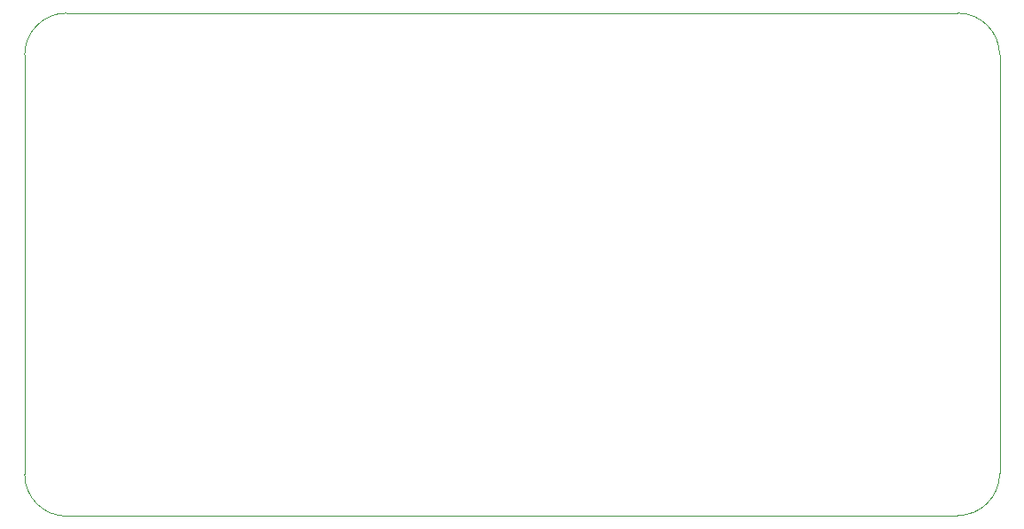
<source format=gm1>
G04 #@! TF.GenerationSoftware,KiCad,Pcbnew,(5.1.5)-3*
G04 #@! TF.CreationDate,2021-09-22T00:57:08-07:00*
G04 #@! TF.ProjectId,control_board,636f6e74-726f-46c5-9f62-6f6172642e6b,rev?*
G04 #@! TF.SameCoordinates,Original*
G04 #@! TF.FileFunction,Profile,NP*
%FSLAX46Y46*%
G04 Gerber Fmt 4.6, Leading zero omitted, Abs format (unit mm)*
G04 Created by KiCad (PCBNEW (5.1.5)-3) date 2021-09-22 00:57:08*
%MOMM*%
%LPD*%
G04 APERTURE LIST*
%ADD10C,0.050000*%
G04 APERTURE END LIST*
D10*
X31559500Y-65404500D02*
G75*
G02X27559500Y-61404500I0J4000000D01*
G01*
X116586000Y-17336000D02*
G75*
G02X120586000Y-21336000I0J-4000000D01*
G01*
X27559000Y-21336000D02*
G75*
G02X31559500Y-17335500I4000500J0D01*
G01*
X120586000Y-61341000D02*
G75*
G02X116586000Y-65341000I-4000000J0D01*
G01*
X120586000Y-61341000D02*
X120586000Y-21336000D01*
X31559500Y-65404500D02*
X116586000Y-65341000D01*
X27559500Y-21336000D02*
X27559500Y-61404500D01*
X116586000Y-17336000D02*
X31559500Y-17336000D01*
M02*

</source>
